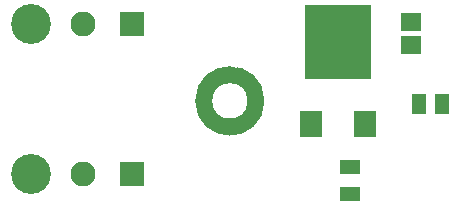
<source format=gts>
G04*
G04 #@! TF.GenerationSoftware,Altium Limited,Altium Designer,20.0.10 (225)*
G04*
G04 Layer_Color=8388736*
%FSLAX25Y25*%
%MOIN*%
G70*
G01*
G75*
%ADD14R,0.21900X0.24800*%
%ADD15R,0.07300X0.08500*%
%ADD19C,0.05500*%
%ADD20R,0.06902X0.04540*%
%ADD21R,0.06706X0.05918*%
%ADD22R,0.04776X0.06587*%
%ADD23R,0.08300X0.08300*%
%ADD24C,0.08300*%
%ADD25C,0.13300*%
D14*
X243000Y191975D02*
D03*
D15*
X252000Y164875D02*
D03*
X234000D02*
D03*
D19*
X215732Y172500D02*
G03*
X215732Y172500I-8732J0D01*
G01*
D20*
X247000Y141374D02*
D03*
Y150626D02*
D03*
D21*
X267500Y198740D02*
D03*
Y191260D02*
D03*
D22*
X277858Y171500D02*
D03*
X270142D02*
D03*
D23*
X174500Y148000D02*
D03*
Y198000D02*
D03*
D24*
X158201Y148000D02*
D03*
Y198000D02*
D03*
D25*
X140700Y148000D02*
D03*
Y198000D02*
D03*
M02*

</source>
